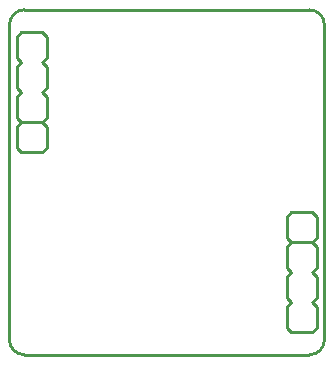
<source format=gbo>
G04*
G04 #@! TF.GenerationSoftware,Altium Limited,Altium Designer,22.2.1 (43)*
G04*
G04 Layer_Color=32896*
%FSLAX44Y44*%
%MOMM*%
G71*
G04*
G04 #@! TF.SameCoordinates,B242430B-52BB-43DD-A0E7-0EA7797FDCDA*
G04*
G04*
G04 #@! TF.FilePolarity,Positive*
G04*
G01*
G75*
%ADD15C,0.2540*%
D15*
X105410Y-127000D02*
X123190D01*
X101600Y-123190D02*
X105410Y-127000D01*
X101600Y-123190D02*
Y-105410D01*
X105410Y-101600D01*
X123190D02*
X127000Y-105410D01*
Y-123190D02*
Y-105410D01*
X123190Y-127000D02*
X127000Y-123190D01*
Y-97790D02*
Y-80010D01*
X123190Y-101600D02*
X127000Y-97790D01*
X123190Y-76200D02*
X127000Y-72390D01*
X123190Y-76200D02*
X127000Y-80010D01*
Y-72390D02*
Y-54610D01*
X123190Y-50800D02*
X127000Y-54610D01*
Y-46990D02*
Y-29210D01*
X123190Y-25400D02*
X127000Y-29210D01*
X123190Y-50800D02*
X127000Y-46990D01*
X101600D02*
Y-29210D01*
Y-54610D02*
X105410Y-50800D01*
X101600Y-72390D02*
Y-54610D01*
Y-80010D02*
X105410Y-76200D01*
X101600Y-72390D02*
X105410Y-76200D01*
X101600Y-97790D02*
Y-80010D01*
X105410Y-25400D02*
X123190D01*
X101600Y-29210D02*
X105410Y-25400D01*
X106680Y-50800D02*
X123190D01*
X105410D02*
X106680D01*
X101600Y-46990D02*
X105410Y-50800D01*
X101600Y-97790D02*
X105410Y-101600D01*
X-123190Y127000D02*
X-105410D01*
X-101600Y123190D01*
Y105410D02*
Y123190D01*
X-105410Y101600D02*
X-101600Y105410D01*
X-127000D02*
X-123190Y101600D01*
X-127000Y105410D02*
Y123190D01*
X-123190Y127000D01*
X-127000Y80010D02*
Y97790D01*
X-123190Y101600D01*
X-127000Y72390D02*
X-123190Y76200D01*
X-127000Y80010D02*
X-123190Y76200D01*
X-127000Y54610D02*
Y72390D01*
Y54610D02*
X-123190Y50800D01*
X-127000Y29210D02*
Y46990D01*
Y29210D02*
X-123190Y25400D01*
X-127000Y46990D02*
X-123190Y50800D01*
X-101600Y29210D02*
Y46990D01*
X-105410Y50800D02*
X-101600Y54610D01*
Y72390D01*
X-105410Y76200D02*
X-101600Y80010D01*
X-105410Y76200D02*
X-101600Y72390D01*
Y80010D02*
Y97790D01*
X-123190Y25400D02*
X-105410D01*
X-101600Y29210D01*
X-123190Y50800D02*
X-106680D01*
X-105410D01*
X-101600Y46990D01*
X-105410Y101600D02*
X-101600Y97790D01*
X120650Y-146050D02*
G03*
X133350Y-133350I0J12700D01*
G01*
X-133350D02*
G03*
X-120650Y-146050I12700J-0D01*
G01*
X133350Y133350D02*
G03*
X120650Y146050I-12700J0D01*
G01*
X-120650D02*
G03*
X-133350Y133350I0J-12700D01*
G01*
X133350Y-133350D02*
Y0D01*
X0Y-146050D02*
X120650D01*
X-120650D02*
X0D01*
X-133350Y-133350D02*
Y0D01*
X133350D02*
Y133350D01*
X0Y146050D02*
X120650D01*
X-120650D02*
X0D01*
X-133350Y0D02*
Y133350D01*
M02*

</source>
